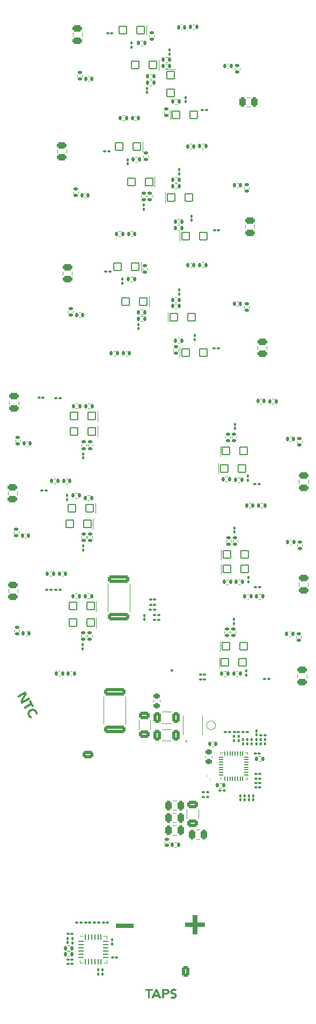
<source format=gto>
G04 #@! TF.GenerationSoftware,KiCad,Pcbnew,7.0.2-0*
G04 #@! TF.CreationDate,2023-10-14T11:26:59-07:00*
G04 #@! TF.ProjectId,high-power,68696768-2d70-46f7-9765-722e6b696361,rev?*
G04 #@! TF.SameCoordinates,Original*
G04 #@! TF.FileFunction,Legend,Top*
G04 #@! TF.FilePolarity,Positive*
%FSLAX46Y46*%
G04 Gerber Fmt 4.6, Leading zero omitted, Abs format (unit mm)*
G04 Created by KiCad (PCBNEW 7.0.2-0) date 2023-10-14 11:26:59*
%MOMM*%
%LPD*%
G01*
G04 APERTURE LIST*
G04 Aperture macros list*
%AMRoundRect*
0 Rectangle with rounded corners*
0 $1 Rounding radius*
0 $2 $3 $4 $5 $6 $7 $8 $9 X,Y pos of 4 corners*
0 Add a 4 corners polygon primitive as box body*
4,1,4,$2,$3,$4,$5,$6,$7,$8,$9,$2,$3,0*
0 Add four circle primitives for the rounded corners*
1,1,$1+$1,$2,$3*
1,1,$1+$1,$4,$5*
1,1,$1+$1,$6,$7*
1,1,$1+$1,$8,$9*
0 Add four rect primitives between the rounded corners*
20,1,$1+$1,$2,$3,$4,$5,0*
20,1,$1+$1,$4,$5,$6,$7,0*
20,1,$1+$1,$6,$7,$8,$9,0*
20,1,$1+$1,$8,$9,$2,$3,0*%
%AMFreePoly0*
4,1,39,-1.529965,2.502535,-1.529950,2.502500,-1.529950,2.027500,1.529950,2.027500,1.529950,2.502500,1.529965,2.502535,1.530000,2.502550,2.280000,2.502550,2.280035,2.502535,2.280050,2.502500,2.280050,2.027500,2.280035,2.027465,2.280000,2.027450,2.280000,-0.697450,2.775000,-0.697450,2.775035,-0.697465,2.775050,-0.697500,2.775050,-1.602500,2.775035,-1.602535,2.775000,-1.602550,
2.280000,-1.602550,2.280000,-2.027500,-2.280000,-2.027500,-2.280000,-1.602550,-2.775000,-1.602550,-2.775035,-1.602535,-2.775050,-1.602500,-2.775050,-0.697500,-2.775035,-0.697465,-2.775000,-0.697450,-2.280000,-0.697450,-2.280000,2.027450,-2.280035,2.027465,-2.280050,2.027500,-2.280050,2.502500,-2.280035,2.502535,-2.280000,2.502550,-1.530000,2.502550,-1.529965,2.502535,-1.529965,2.502535,
$1*%
G04 Aperture macros list end*
%ADD10C,0.300000*%
%ADD11C,0.100000*%
%ADD12C,0.120000*%
%ADD13C,0.200000*%
%ADD14C,0.250000*%
%ADD15RoundRect,0.100000X-0.600000X-0.600000X0.600000X-0.600000X0.600000X0.600000X-0.600000X0.600000X0*%
%ADD16RoundRect,0.100000X0.600000X0.600000X-0.600000X0.600000X-0.600000X-0.600000X0.600000X-0.600000X0*%
%ADD17RoundRect,0.100000X0.100000X-0.130000X0.100000X0.130000X-0.100000X0.130000X-0.100000X-0.130000X0*%
%ADD18RoundRect,0.135000X0.185000X-0.135000X0.185000X0.135000X-0.185000X0.135000X-0.185000X-0.135000X0*%
%ADD19C,0.800000*%
%ADD20C,5.000000*%
%ADD21RoundRect,0.135000X0.135000X0.185000X-0.135000X0.185000X-0.135000X-0.185000X0.135000X-0.185000X0*%
%ADD22RoundRect,0.135000X-0.135000X-0.185000X0.135000X-0.185000X0.135000X0.185000X-0.135000X0.185000X0*%
%ADD23R,5.000000X5.000000*%
%ADD24RoundRect,0.100000X-0.130000X-0.100000X0.130000X-0.100000X0.130000X0.100000X-0.130000X0.100000X0*%
%ADD25RoundRect,0.250000X-0.625000X0.312500X-0.625000X-0.312500X0.625000X-0.312500X0.625000X0.312500X0*%
%ADD26RoundRect,0.135000X-0.185000X0.135000X-0.185000X-0.135000X0.185000X-0.135000X0.185000X0.135000X0*%
%ADD27RoundRect,0.140000X0.140000X0.170000X-0.140000X0.170000X-0.140000X-0.170000X0.140000X-0.170000X0*%
%ADD28RoundRect,0.250000X1.425000X-0.362500X1.425000X0.362500X-1.425000X0.362500X-1.425000X-0.362500X0*%
%ADD29RoundRect,0.250000X0.475000X-0.250000X0.475000X0.250000X-0.475000X0.250000X-0.475000X-0.250000X0*%
%ADD30R,1.000000X0.750000*%
%ADD31FreePoly0,270.000000*%
%ADD32RoundRect,0.250000X-0.475000X0.250000X-0.475000X-0.250000X0.475000X-0.250000X0.475000X0.250000X0*%
%ADD33RoundRect,0.100000X0.130000X0.100000X-0.130000X0.100000X-0.130000X-0.100000X0.130000X-0.100000X0*%
%ADD34RoundRect,0.100000X-0.100000X0.130000X-0.100000X-0.130000X0.100000X-0.130000X0.100000X0.130000X0*%
%ADD35RoundRect,0.225000X0.250000X-0.225000X0.250000X0.225000X-0.250000X0.225000X-0.250000X-0.225000X0*%
%ADD36RoundRect,0.100000X-0.600000X0.600000X-0.600000X-0.600000X0.600000X-0.600000X0.600000X0.600000X0*%
%ADD37FreePoly0,90.000000*%
%ADD38RoundRect,0.250000X-0.250000X-0.475000X0.250000X-0.475000X0.250000X0.475000X-0.250000X0.475000X0*%
%ADD39R,0.420000X0.540000*%
%ADD40R,2.370000X1.710000*%
%ADD41R,0.420000X0.700000*%
%ADD42RoundRect,0.140000X-0.140000X-0.170000X0.140000X-0.170000X0.140000X0.170000X-0.140000X0.170000X0*%
%ADD43RoundRect,0.140000X0.170000X-0.140000X0.170000X0.140000X-0.170000X0.140000X-0.170000X-0.140000X0*%
%ADD44R,0.425000X0.400000*%
%ADD45R,1.150000X0.950000*%
%ADD46R,0.800000X0.480000*%
%ADD47R,0.850000X0.300000*%
%ADD48R,1.600000X1.600000*%
%ADD49RoundRect,0.140000X0.021213X-0.219203X0.219203X-0.021213X-0.021213X0.219203X-0.219203X0.021213X0*%
%ADD50RoundRect,0.250000X0.625000X-0.312500X0.625000X0.312500X-0.625000X0.312500X-0.625000X-0.312500X0*%
%ADD51RoundRect,0.250000X0.312500X0.625000X-0.312500X0.625000X-0.312500X-0.625000X0.312500X-0.625000X0*%
%ADD52R,3.429000X2.413000*%
%ADD53RoundRect,0.250000X0.250000X0.475000X-0.250000X0.475000X-0.250000X-0.475000X0.250000X-0.475000X0*%
%ADD54RoundRect,0.062500X-0.350000X-0.062500X0.350000X-0.062500X0.350000X0.062500X-0.350000X0.062500X0*%
%ADD55RoundRect,0.062500X-0.062500X-0.350000X0.062500X-0.350000X0.062500X0.350000X-0.062500X0.350000X0*%
%ADD56R,2.600000X2.600000*%
%ADD57RoundRect,0.050000X0.050000X-0.300000X0.050000X0.300000X-0.050000X0.300000X-0.050000X-0.300000X0*%
%ADD58RoundRect,0.050000X0.300000X-0.050000X0.300000X0.050000X-0.300000X0.050000X-0.300000X-0.050000X0*%
%ADD59R,2.900000X2.900000*%
%ADD60R,3.400000X1.800000*%
%ADD61C,1.000000*%
%ADD62C,1.600000*%
%ADD63C,2.300000*%
%ADD64C,1.050000*%
%ADD65C,0.450000*%
%ADD66RoundRect,0.250000X0.350000X0.625000X-0.350000X0.625000X-0.350000X-0.625000X0.350000X-0.625000X0*%
%ADD67O,1.200000X1.750000*%
%ADD68RoundRect,0.250000X0.625000X-0.350000X0.625000X0.350000X-0.625000X0.350000X-0.625000X-0.350000X0*%
%ADD69O,1.750000X1.200000*%
G04 APERTURE END LIST*
D10*
G36*
X41636838Y-164352944D02*
G01*
X44405575Y-164352944D01*
X44405575Y-165040732D01*
X41636838Y-165040732D01*
X41636838Y-164352944D01*
G37*
G36*
X55686890Y-164878363D02*
G01*
X54499870Y-164878363D01*
X54499870Y-166066360D01*
X53790589Y-166066360D01*
X53790589Y-164878363D01*
X52603569Y-164878363D01*
X52603569Y-164190575D01*
X53790589Y-164190575D01*
X53790589Y-163003555D01*
X54499870Y-163003555D01*
X54499870Y-164190575D01*
X55686890Y-164190575D01*
X55686890Y-164878363D01*
G37*
G36*
X46699871Y-174935739D02*
G01*
X46273423Y-174935739D01*
X46273423Y-174654371D01*
X47455314Y-174654371D01*
X47455314Y-174935739D01*
X47028866Y-174935739D01*
X47028866Y-176155000D01*
X46699871Y-176155000D01*
X46699871Y-174935739D01*
G37*
G36*
X48835775Y-176155000D02*
G01*
X48464281Y-176155000D01*
X48335688Y-175850184D01*
X47755367Y-175850184D01*
X47630803Y-176155000D01*
X47267736Y-176155000D01*
X47520041Y-175568817D01*
X47858681Y-175568817D01*
X48223946Y-175568817D01*
X48040032Y-175104267D01*
X47858681Y-175568817D01*
X47520041Y-175568817D01*
X47913636Y-174654371D01*
X48185845Y-174654371D01*
X48835775Y-176155000D01*
G37*
G36*
X49553464Y-174654558D02*
G01*
X49574843Y-174655118D01*
X49596003Y-174656052D01*
X49616944Y-174657360D01*
X49637665Y-174659040D01*
X49658168Y-174661095D01*
X49678452Y-174663523D01*
X49698517Y-174666324D01*
X49718363Y-174669499D01*
X49737990Y-174673047D01*
X49750953Y-174675621D01*
X49770158Y-174679875D01*
X49788893Y-174684671D01*
X49807158Y-174690008D01*
X49824953Y-174695885D01*
X49842277Y-174702304D01*
X49859132Y-174709263D01*
X49875516Y-174716764D01*
X49891431Y-174724805D01*
X49906875Y-174733387D01*
X49921849Y-174742511D01*
X49931570Y-174748893D01*
X49945719Y-174758898D01*
X49959314Y-174769540D01*
X49972355Y-174780820D01*
X49984842Y-174792737D01*
X49996775Y-174805292D01*
X50008155Y-174818484D01*
X50018980Y-174832314D01*
X50029252Y-174846781D01*
X50038970Y-174861886D01*
X50048134Y-174877629D01*
X50053936Y-174888478D01*
X50062055Y-174905298D01*
X50069375Y-174922924D01*
X50075896Y-174941354D01*
X50081619Y-174960589D01*
X50086544Y-174980629D01*
X50090670Y-175001474D01*
X50093997Y-175023125D01*
X50095772Y-175038005D01*
X50097191Y-175053244D01*
X50098256Y-175068840D01*
X50098966Y-175084794D01*
X50099321Y-175101106D01*
X50099365Y-175109396D01*
X50099201Y-175125626D01*
X50098707Y-175141527D01*
X50097884Y-175157099D01*
X50096732Y-175172342D01*
X50095251Y-175187255D01*
X50093440Y-175201840D01*
X50090108Y-175223099D01*
X50086034Y-175243618D01*
X50081220Y-175263397D01*
X50075666Y-175282434D01*
X50069371Y-175300731D01*
X50062335Y-175318288D01*
X50057233Y-175329581D01*
X50049053Y-175345958D01*
X50040313Y-175361704D01*
X50031013Y-175376818D01*
X50021152Y-175391302D01*
X50010731Y-175405154D01*
X49999750Y-175418375D01*
X49988208Y-175430966D01*
X49976106Y-175442925D01*
X49963444Y-175454253D01*
X49950222Y-175464950D01*
X49941096Y-175471730D01*
X49926978Y-175481355D01*
X49912378Y-175490445D01*
X49897294Y-175499000D01*
X49881728Y-175507021D01*
X49865678Y-175514508D01*
X49849146Y-175521460D01*
X49832130Y-175527877D01*
X49814631Y-175533760D01*
X49796650Y-175539109D01*
X49778185Y-175543923D01*
X49765607Y-175546835D01*
X49746500Y-175550763D01*
X49727096Y-175554305D01*
X49707396Y-175557461D01*
X49687400Y-175560230D01*
X49667108Y-175562613D01*
X49646519Y-175564609D01*
X49625634Y-175566219D01*
X49604453Y-175567443D01*
X49582975Y-175568280D01*
X49561202Y-175568731D01*
X49546521Y-175568817D01*
X49305820Y-175568817D01*
X49305820Y-176155000D01*
X48976825Y-176155000D01*
X48976825Y-174935739D01*
X49305820Y-174935739D01*
X49305820Y-175287449D01*
X49525272Y-175287449D01*
X49541780Y-175287153D01*
X49558056Y-175286264D01*
X49574100Y-175284783D01*
X49589913Y-175282709D01*
X49605493Y-175280043D01*
X49610635Y-175279023D01*
X49625851Y-175275463D01*
X49640448Y-175271106D01*
X49654427Y-175265949D01*
X49669955Y-175258924D01*
X49684641Y-175250812D01*
X49698435Y-175241456D01*
X49710968Y-175230697D01*
X49722237Y-175218535D01*
X49732245Y-175204971D01*
X49737397Y-175196591D01*
X49744245Y-175182921D01*
X49749676Y-175168014D01*
X49753690Y-175151871D01*
X49756288Y-175134492D01*
X49757370Y-175119064D01*
X49757547Y-175109396D01*
X49756903Y-175092301D01*
X49754971Y-175076280D01*
X49751751Y-175061332D01*
X49746187Y-175044811D01*
X49738768Y-175029836D01*
X49731169Y-175018538D01*
X49720749Y-175006053D01*
X49709273Y-174994701D01*
X49696741Y-174984483D01*
X49683152Y-174975398D01*
X49668508Y-174967447D01*
X49663392Y-174965048D01*
X49647669Y-174958518D01*
X49631278Y-174952941D01*
X49617106Y-174949022D01*
X49602469Y-174945764D01*
X49587368Y-174943168D01*
X49571801Y-174941235D01*
X49556100Y-174939652D01*
X49540595Y-174938337D01*
X49525288Y-174937290D01*
X49510177Y-174936512D01*
X49495263Y-174936002D01*
X49480546Y-174935761D01*
X49474714Y-174935739D01*
X49305820Y-174935739D01*
X48976825Y-174935739D01*
X48976825Y-174654371D01*
X49531867Y-174654371D01*
X49553464Y-174654558D01*
G37*
G36*
X51037258Y-175034658D02*
G01*
X51026742Y-175022430D01*
X51015345Y-175011027D01*
X51003066Y-175000448D01*
X50989905Y-174990694D01*
X50975863Y-174981764D01*
X50960939Y-174973658D01*
X50945134Y-174966376D01*
X50928447Y-174959919D01*
X50911434Y-174954252D01*
X50894650Y-174949340D01*
X50878095Y-174945185D01*
X50861769Y-174941784D01*
X50845672Y-174939140D01*
X50829804Y-174937250D01*
X50814165Y-174936117D01*
X50798755Y-174935739D01*
X50782941Y-174936142D01*
X50766918Y-174937352D01*
X50750684Y-174939368D01*
X50734240Y-174942191D01*
X50724749Y-174944166D01*
X50708415Y-174948308D01*
X50692432Y-174953362D01*
X50676799Y-174959327D01*
X50661517Y-174966205D01*
X50652942Y-174970544D01*
X50638791Y-174978959D01*
X50625833Y-174988496D01*
X50614068Y-174999155D01*
X50603494Y-175010935D01*
X50597987Y-175018171D01*
X50589850Y-175031608D01*
X50583712Y-175046271D01*
X50579572Y-175062162D01*
X50577614Y-175076759D01*
X50577104Y-175089612D01*
X50577894Y-175106059D01*
X50580264Y-175121509D01*
X50584214Y-175135963D01*
X50591373Y-175152630D01*
X50601001Y-175167741D01*
X50613097Y-175181295D01*
X50624552Y-175191018D01*
X50627662Y-175193293D01*
X50640800Y-175202103D01*
X50654750Y-175210581D01*
X50669514Y-175218727D01*
X50685090Y-175226541D01*
X50701479Y-175234023D01*
X50718681Y-175241173D01*
X50736696Y-175247990D01*
X50750740Y-175252886D01*
X50755524Y-175254476D01*
X50770052Y-175259216D01*
X50784787Y-175263956D01*
X50799728Y-175268696D01*
X50814875Y-175273435D01*
X50830228Y-175278175D01*
X50845787Y-175282915D01*
X50861552Y-175287655D01*
X50877523Y-175292395D01*
X50893700Y-175297135D01*
X50910083Y-175301875D01*
X50921120Y-175305034D01*
X50937641Y-175309961D01*
X50953956Y-175315261D01*
X50970064Y-175320935D01*
X50985967Y-175326982D01*
X51001663Y-175333403D01*
X51017153Y-175340197D01*
X51032438Y-175347364D01*
X51047516Y-175354906D01*
X51062388Y-175362820D01*
X51077054Y-175371109D01*
X51086717Y-175376842D01*
X51100911Y-175385843D01*
X51114641Y-175395398D01*
X51127907Y-175405506D01*
X51140710Y-175416169D01*
X51153049Y-175427385D01*
X51164924Y-175439155D01*
X51176336Y-175451479D01*
X51187284Y-175464357D01*
X51197768Y-175477789D01*
X51207789Y-175491774D01*
X51214212Y-175501406D01*
X51223312Y-175516501D01*
X51231518Y-175532524D01*
X51238829Y-175549474D01*
X51245244Y-175567351D01*
X51250764Y-175586156D01*
X51255389Y-175605888D01*
X51259119Y-175626548D01*
X51261953Y-175648135D01*
X51263346Y-175663041D01*
X51264341Y-175678360D01*
X51264937Y-175694090D01*
X51265136Y-175710233D01*
X51264955Y-175725681D01*
X51264409Y-175740882D01*
X51263501Y-175755837D01*
X51262228Y-175770546D01*
X51259638Y-175792148D01*
X51256230Y-175813196D01*
X51252005Y-175833690D01*
X51246961Y-175853631D01*
X51241100Y-175873017D01*
X51234420Y-175891850D01*
X51226923Y-175910129D01*
X51218608Y-175927854D01*
X51209597Y-175944956D01*
X51200014Y-175961505D01*
X51189857Y-175977500D01*
X51179127Y-175992941D01*
X51167823Y-176007828D01*
X51155947Y-176022161D01*
X51143497Y-176035940D01*
X51130474Y-176049166D01*
X51116879Y-176061838D01*
X51102710Y-176073956D01*
X51092945Y-176081727D01*
X51077885Y-176092918D01*
X51062381Y-176103550D01*
X51046432Y-176113621D01*
X51030039Y-176123132D01*
X51013202Y-176132082D01*
X50995920Y-176140472D01*
X50978194Y-176148302D01*
X50960024Y-176155572D01*
X50941409Y-176162281D01*
X50922350Y-176168430D01*
X50909397Y-176172219D01*
X50889716Y-176177522D01*
X50869829Y-176182304D01*
X50849736Y-176186564D01*
X50829438Y-176190302D01*
X50808933Y-176193519D01*
X50788222Y-176196214D01*
X50767304Y-176198388D01*
X50746181Y-176200039D01*
X50724852Y-176201170D01*
X50703317Y-176201778D01*
X50688845Y-176201894D01*
X50670746Y-176201720D01*
X50652810Y-176201196D01*
X50635037Y-176200323D01*
X50617427Y-176199101D01*
X50599980Y-176197529D01*
X50582697Y-176195609D01*
X50565577Y-176193339D01*
X50548619Y-176190720D01*
X50531825Y-176187752D01*
X50515194Y-176184435D01*
X50498727Y-176180768D01*
X50482422Y-176176752D01*
X50466280Y-176172387D01*
X50450302Y-176167673D01*
X50434487Y-176162610D01*
X50418835Y-176157198D01*
X50403330Y-176151442D01*
X50387957Y-176145257D01*
X50372716Y-176138642D01*
X50357606Y-176131598D01*
X50342628Y-176124125D01*
X50327782Y-176116222D01*
X50313067Y-176107890D01*
X50298484Y-176099129D01*
X50284033Y-176089938D01*
X50269713Y-176080318D01*
X50255525Y-176070269D01*
X50241469Y-176059791D01*
X50227544Y-176048883D01*
X50213751Y-176037545D01*
X50200090Y-176025779D01*
X50186560Y-176013583D01*
X50421033Y-175755662D01*
X50430744Y-175768100D01*
X50440920Y-175779997D01*
X50451559Y-175791353D01*
X50462661Y-175802168D01*
X50474227Y-175812442D01*
X50486257Y-175822175D01*
X50498751Y-175831367D01*
X50511708Y-175840018D01*
X50525129Y-175848128D01*
X50539014Y-175855697D01*
X50548528Y-175860443D01*
X50563064Y-175866990D01*
X50577684Y-175872893D01*
X50592387Y-175878153D01*
X50607175Y-175882768D01*
X50622046Y-175886739D01*
X50637000Y-175890067D01*
X50652039Y-175892750D01*
X50667161Y-175894789D01*
X50682367Y-175896185D01*
X50697657Y-175896936D01*
X50707896Y-175897079D01*
X50723034Y-175896744D01*
X50738224Y-175895740D01*
X50753466Y-175894065D01*
X50768758Y-175891721D01*
X50784103Y-175888707D01*
X50789229Y-175887554D01*
X50804320Y-175883647D01*
X50818819Y-175879070D01*
X50832725Y-175873824D01*
X50848200Y-175866856D01*
X50862868Y-175858977D01*
X50876663Y-175850152D01*
X50889195Y-175840344D01*
X50900465Y-175829555D01*
X50910473Y-175817784D01*
X50915625Y-175810617D01*
X50923476Y-175797143D01*
X50929399Y-175782688D01*
X50933394Y-175767250D01*
X50935460Y-175750831D01*
X50935775Y-175741008D01*
X50934968Y-175724516D01*
X50932546Y-175708928D01*
X50928510Y-175694245D01*
X50922860Y-175680466D01*
X50915596Y-175667592D01*
X50906718Y-175655622D01*
X50896225Y-175644557D01*
X50884117Y-175634396D01*
X50870791Y-175624785D01*
X50856640Y-175615551D01*
X50841665Y-175606695D01*
X50825865Y-175598217D01*
X50809242Y-175590117D01*
X50791794Y-175582395D01*
X50778167Y-175576851D01*
X50764076Y-175571520D01*
X50754424Y-175568084D01*
X50739680Y-175562932D01*
X50724710Y-175557780D01*
X50709515Y-175552628D01*
X50694095Y-175547476D01*
X50678449Y-175542324D01*
X50662577Y-175537172D01*
X50646480Y-175532020D01*
X50630158Y-175526868D01*
X50613611Y-175521716D01*
X50596838Y-175516564D01*
X50585531Y-175513129D01*
X50568607Y-175507810D01*
X50551909Y-175502156D01*
X50535437Y-175496166D01*
X50519190Y-175489842D01*
X50503168Y-175483183D01*
X50487372Y-175476189D01*
X50471801Y-175468861D01*
X50456456Y-175461197D01*
X50441336Y-175453199D01*
X50426441Y-175444865D01*
X50416637Y-175439124D01*
X50402237Y-175430142D01*
X50388301Y-175420645D01*
X50374828Y-175410633D01*
X50361819Y-175400106D01*
X50349274Y-175389063D01*
X50337193Y-175377506D01*
X50325575Y-175365433D01*
X50314421Y-175352845D01*
X50303731Y-175339742D01*
X50293504Y-175326123D01*
X50286944Y-175316758D01*
X50277712Y-175302110D01*
X50269388Y-175286606D01*
X50261973Y-175270245D01*
X50255465Y-175253028D01*
X50249865Y-175234954D01*
X50245174Y-175216024D01*
X50241390Y-175196237D01*
X50238515Y-175175593D01*
X50236547Y-175154093D01*
X50235740Y-175139284D01*
X50235337Y-175124094D01*
X50235286Y-175116357D01*
X50235471Y-175101407D01*
X50236025Y-175086693D01*
X50237548Y-175065061D01*
X50239902Y-175043957D01*
X50243086Y-175023381D01*
X50247102Y-175003333D01*
X50251948Y-174983814D01*
X50257624Y-174964822D01*
X50264132Y-174946359D01*
X50271470Y-174928423D01*
X50279640Y-174911016D01*
X50282547Y-174905331D01*
X50291754Y-174888556D01*
X50301515Y-174872302D01*
X50311830Y-174856571D01*
X50322699Y-174841360D01*
X50334121Y-174826672D01*
X50346097Y-174812505D01*
X50358627Y-174798860D01*
X50371711Y-174785736D01*
X50385349Y-174773134D01*
X50399541Y-174761054D01*
X50409309Y-174753290D01*
X50424360Y-174742088D01*
X50439835Y-174731428D01*
X50455735Y-174721309D01*
X50472061Y-174711730D01*
X50488811Y-174702693D01*
X50505987Y-174694196D01*
X50523587Y-174686241D01*
X50541613Y-174678826D01*
X50560063Y-174671953D01*
X50578939Y-174665620D01*
X50591759Y-174661699D01*
X50611250Y-174656199D01*
X50630845Y-174651240D01*
X50650543Y-174646822D01*
X50670344Y-174642945D01*
X50690248Y-174639610D01*
X50710255Y-174636815D01*
X50730365Y-174634561D01*
X50750578Y-174632848D01*
X50770894Y-174631675D01*
X50791313Y-174631044D01*
X50804983Y-174630924D01*
X50820794Y-174631064D01*
X50836536Y-174631485D01*
X50852209Y-174632186D01*
X50867814Y-174633168D01*
X50883350Y-174634430D01*
X50898818Y-174635973D01*
X50914217Y-174637796D01*
X50929547Y-174639900D01*
X50944808Y-174642284D01*
X50960001Y-174644949D01*
X50975125Y-174647894D01*
X50990180Y-174651120D01*
X51005166Y-174654626D01*
X51020084Y-174658413D01*
X51034934Y-174662480D01*
X51049714Y-174666828D01*
X51064414Y-174671508D01*
X51078932Y-174676571D01*
X51093266Y-174682018D01*
X51107416Y-174687848D01*
X51121384Y-174694062D01*
X51135169Y-174700659D01*
X51148770Y-174707640D01*
X51162188Y-174715005D01*
X51175423Y-174722753D01*
X51188475Y-174730884D01*
X51201343Y-174739399D01*
X51214028Y-174748298D01*
X51226531Y-174757580D01*
X51238850Y-174767246D01*
X51250985Y-174777295D01*
X51262938Y-174787728D01*
X51037258Y-175034658D01*
G37*
G36*
X27362971Y-127728575D02*
G01*
X27586636Y-128115975D01*
X27001110Y-129187159D01*
X27003308Y-129190966D01*
X27906289Y-128669630D01*
X28070970Y-128954865D01*
X26771388Y-129705179D01*
X26556149Y-129332374D01*
X27155275Y-128233456D01*
X27153077Y-128229648D01*
X26227886Y-128763807D01*
X26063389Y-128478889D01*
X27362971Y-127728575D01*
G37*
G36*
X28119657Y-129601929D02*
G01*
X27906433Y-129232614D01*
X28150104Y-129091931D01*
X28741050Y-130115478D01*
X28497378Y-130256162D01*
X28284154Y-129886847D01*
X27228244Y-130496478D01*
X27063746Y-130211559D01*
X28119657Y-129601929D01*
G37*
G36*
X28960004Y-131302185D02*
G01*
X28966214Y-131284136D01*
X28971328Y-131265928D01*
X28975344Y-131247560D01*
X28978264Y-131229032D01*
X28980086Y-131210344D01*
X28980812Y-131191497D01*
X28980440Y-131172489D01*
X28978972Y-131153322D01*
X28976357Y-131134023D01*
X28973611Y-131119482D01*
X28970191Y-131104883D01*
X28966100Y-131090227D01*
X28961335Y-131075512D01*
X28955897Y-131060740D01*
X28949787Y-131045910D01*
X28943003Y-131031023D01*
X28935547Y-131016078D01*
X28927418Y-131001075D01*
X28924559Y-130996061D01*
X28915623Y-130981214D01*
X28906262Y-130966895D01*
X28896478Y-130953103D01*
X28886269Y-130939839D01*
X28875636Y-130927102D01*
X28864579Y-130914893D01*
X28853098Y-130903211D01*
X28841192Y-130892057D01*
X28828862Y-130881430D01*
X28816108Y-130871331D01*
X28807370Y-130864891D01*
X28793997Y-130855694D01*
X28780375Y-130847072D01*
X28766506Y-130839025D01*
X28752388Y-130831552D01*
X28738022Y-130824654D01*
X28723408Y-130818331D01*
X28708545Y-130812582D01*
X28693434Y-130807408D01*
X28678075Y-130802809D01*
X28662468Y-130798784D01*
X28651925Y-130796420D01*
X28636010Y-130793328D01*
X28619940Y-130790832D01*
X28603716Y-130788931D01*
X28587337Y-130787625D01*
X28570803Y-130786913D01*
X28554115Y-130786797D01*
X28537271Y-130787276D01*
X28520274Y-130788349D01*
X28503121Y-130790018D01*
X28485814Y-130792281D01*
X28474189Y-130794121D01*
X28456824Y-130797418D01*
X28439517Y-130801344D01*
X28422268Y-130805898D01*
X28405077Y-130811080D01*
X28387944Y-130816891D01*
X28370868Y-130823330D01*
X28353851Y-130830397D01*
X28336891Y-130838093D01*
X28319989Y-130846417D01*
X28303145Y-130855370D01*
X28291948Y-130861687D01*
X28275095Y-130871748D01*
X28258802Y-130882148D01*
X28243068Y-130892886D01*
X28227895Y-130903963D01*
X28213281Y-130915379D01*
X28199227Y-130927133D01*
X28185733Y-130939226D01*
X28172799Y-130951657D01*
X28160424Y-130964427D01*
X28148610Y-130977535D01*
X28141045Y-130986462D01*
X28130255Y-131000072D01*
X28120020Y-131013845D01*
X28110340Y-131027781D01*
X28101216Y-131041880D01*
X28092646Y-131056141D01*
X28084631Y-131070566D01*
X28077172Y-131085153D01*
X28070268Y-131099903D01*
X28063919Y-131114816D01*
X28058124Y-131129892D01*
X28054570Y-131140033D01*
X28049819Y-131155351D01*
X28045671Y-131170722D01*
X28042127Y-131186146D01*
X28039186Y-131201624D01*
X28036848Y-131217154D01*
X28035114Y-131232738D01*
X28033983Y-131248375D01*
X28033455Y-131264066D01*
X28033530Y-131279809D01*
X28034209Y-131295606D01*
X28034997Y-131306167D01*
X28036705Y-131321957D01*
X28039062Y-131337611D01*
X28042069Y-131353127D01*
X28045725Y-131368506D01*
X28050031Y-131383748D01*
X28054987Y-131398853D01*
X28060592Y-131413821D01*
X28066847Y-131428651D01*
X28073751Y-131443345D01*
X28081305Y-131457902D01*
X28086702Y-131467530D01*
X28096401Y-131483588D01*
X28106538Y-131498925D01*
X28117114Y-131513540D01*
X28128129Y-131527434D01*
X28139582Y-131540605D01*
X28151473Y-131553055D01*
X28163803Y-131564784D01*
X28176572Y-131575791D01*
X28189779Y-131586076D01*
X28203425Y-131595639D01*
X28212765Y-131601614D01*
X28227094Y-131610033D01*
X28241696Y-131617729D01*
X28256573Y-131624702D01*
X28271723Y-131630952D01*
X28287147Y-131636478D01*
X28302846Y-131641280D01*
X28318818Y-131645360D01*
X28335064Y-131648716D01*
X28351585Y-131651349D01*
X28368379Y-131653258D01*
X28379727Y-131654129D01*
X28339571Y-131994171D01*
X28319340Y-131991926D01*
X28299381Y-131989064D01*
X28279694Y-131985586D01*
X28260280Y-131981491D01*
X28241137Y-131976780D01*
X28222266Y-131971452D01*
X28203668Y-131965508D01*
X28185341Y-131958947D01*
X28167287Y-131951770D01*
X28149505Y-131943976D01*
X28131994Y-131935567D01*
X28114756Y-131926540D01*
X28097789Y-131916897D01*
X28081095Y-131906638D01*
X28064673Y-131895762D01*
X28048523Y-131884270D01*
X28032768Y-131872332D01*
X28017409Y-131860088D01*
X28002443Y-131847537D01*
X27987872Y-131834678D01*
X27973696Y-131821513D01*
X27959914Y-131808040D01*
X27946526Y-131794260D01*
X27933533Y-131780173D01*
X27920935Y-131765780D01*
X27908731Y-131751079D01*
X27896921Y-131736071D01*
X27885506Y-131720756D01*
X27874485Y-131705133D01*
X27863859Y-131689204D01*
X27853627Y-131672968D01*
X27843790Y-131656425D01*
X27833085Y-131637453D01*
X27822858Y-131618452D01*
X27813111Y-131599423D01*
X27803843Y-131580364D01*
X27795054Y-131561277D01*
X27786744Y-131542162D01*
X27778913Y-131523017D01*
X27771562Y-131503844D01*
X27764689Y-131484642D01*
X27758296Y-131465411D01*
X27752382Y-131446152D01*
X27746947Y-131426864D01*
X27741991Y-131407546D01*
X27737515Y-131388201D01*
X27733517Y-131368826D01*
X27729999Y-131349423D01*
X27726958Y-131330048D01*
X27724393Y-131310759D01*
X27722303Y-131291555D01*
X27720690Y-131272437D01*
X27719552Y-131253404D01*
X27718890Y-131234457D01*
X27718703Y-131215596D01*
X27718993Y-131196820D01*
X27719758Y-131178129D01*
X27720999Y-131159525D01*
X27722715Y-131141005D01*
X27724907Y-131122572D01*
X27727576Y-131104224D01*
X27730719Y-131085961D01*
X27734339Y-131067784D01*
X27738434Y-131049693D01*
X27743045Y-131031699D01*
X27748132Y-131013860D01*
X27753695Y-130996175D01*
X27759734Y-130978646D01*
X27766250Y-130961271D01*
X27773241Y-130944051D01*
X27780708Y-130926985D01*
X27788651Y-130910075D01*
X27797071Y-130893319D01*
X27805966Y-130876719D01*
X27815338Y-130860272D01*
X27825185Y-130843981D01*
X27835509Y-130827845D01*
X27846309Y-130811863D01*
X27857584Y-130796036D01*
X27869336Y-130780364D01*
X27881597Y-130764884D01*
X27894321Y-130749679D01*
X27907507Y-130734748D01*
X27921156Y-130720093D01*
X27935268Y-130705712D01*
X27949842Y-130691606D01*
X27964880Y-130677775D01*
X27980380Y-130664219D01*
X27996343Y-130650938D01*
X28012768Y-130637931D01*
X28029657Y-130625200D01*
X28047008Y-130612743D01*
X28064822Y-130600561D01*
X28083098Y-130588654D01*
X28101837Y-130577022D01*
X28121039Y-130565664D01*
X28140475Y-130554714D01*
X28159915Y-130544304D01*
X28179359Y-130534433D01*
X28198807Y-130525102D01*
X28218259Y-130516310D01*
X28237715Y-130508058D01*
X28257176Y-130500345D01*
X28276641Y-130493173D01*
X28296110Y-130486539D01*
X28315583Y-130480446D01*
X28335060Y-130474892D01*
X28354542Y-130469877D01*
X28374027Y-130465403D01*
X28393517Y-130461467D01*
X28413011Y-130458072D01*
X28432509Y-130455216D01*
X28451995Y-130452853D01*
X28471371Y-130450983D01*
X28490639Y-130449605D01*
X28509798Y-130448720D01*
X28528848Y-130448327D01*
X28547788Y-130448427D01*
X28566620Y-130449020D01*
X28585343Y-130450105D01*
X28603957Y-130451682D01*
X28622463Y-130453752D01*
X28640859Y-130456315D01*
X28659146Y-130459370D01*
X28677324Y-130462918D01*
X28695394Y-130466958D01*
X28713354Y-130471491D01*
X28731206Y-130476516D01*
X28748960Y-130481993D01*
X28766547Y-130487926D01*
X28783968Y-130494315D01*
X28801223Y-130501161D01*
X28818312Y-130508462D01*
X28835234Y-130516220D01*
X28851990Y-130524435D01*
X28868580Y-130533105D01*
X28885004Y-130542232D01*
X28901261Y-130551815D01*
X28917352Y-130561854D01*
X28933277Y-130572349D01*
X28949036Y-130583300D01*
X28964628Y-130594708D01*
X28980055Y-130606572D01*
X28995315Y-130618893D01*
X29010359Y-130631641D01*
X29025139Y-130644790D01*
X29039655Y-130658340D01*
X29053906Y-130672291D01*
X29067893Y-130686641D01*
X29081615Y-130701393D01*
X29095073Y-130716545D01*
X29108266Y-130732098D01*
X29121194Y-130748051D01*
X29133859Y-130764405D01*
X29146258Y-130781159D01*
X29158394Y-130798314D01*
X29170265Y-130815870D01*
X29181871Y-130833826D01*
X29193213Y-130852182D01*
X29204290Y-130870940D01*
X29212094Y-130884823D01*
X29219661Y-130899028D01*
X29226991Y-130913556D01*
X29234084Y-130928405D01*
X29240939Y-130943576D01*
X29247557Y-130959070D01*
X29253939Y-130974885D01*
X29260083Y-130991022D01*
X29265908Y-131007397D01*
X29271331Y-131023924D01*
X29276354Y-131040603D01*
X29280975Y-131057434D01*
X29285195Y-131074418D01*
X29289014Y-131091554D01*
X29292432Y-131108842D01*
X29295448Y-131126283D01*
X29298034Y-131143939D01*
X29300068Y-131161716D01*
X29301550Y-131179613D01*
X29302480Y-131197630D01*
X29302858Y-131215768D01*
X29302685Y-131234026D01*
X29301959Y-131252404D01*
X29300682Y-131270903D01*
X29298848Y-131289399D01*
X29296294Y-131307861D01*
X29293020Y-131326290D01*
X29289025Y-131344685D01*
X29284311Y-131363046D01*
X29278876Y-131381374D01*
X29272721Y-131399668D01*
X29265846Y-131417928D01*
X28960004Y-131302185D01*
G37*
D11*
X51760500Y-73475000D02*
X51760500Y-75075000D01*
X46887500Y-67020000D02*
X46887500Y-65420000D01*
X38738000Y-87495000D02*
X38738000Y-85895000D01*
X49878000Y-67895000D02*
X49878000Y-69495000D01*
D12*
X50748000Y-74018641D02*
X50748000Y-73711359D01*
X51508000Y-74018641D02*
X51508000Y-73711359D01*
D11*
X50270500Y-35935000D02*
X50270500Y-37535000D01*
D12*
X55541641Y-60845000D02*
X55234359Y-60845000D01*
X55541641Y-60085000D02*
X55234359Y-60085000D01*
X45556359Y-67550000D02*
X45863641Y-67550000D01*
X45556359Y-68310000D02*
X45863641Y-68310000D01*
X47090000Y-132270436D02*
X47090000Y-133724564D01*
X45270000Y-132270436D02*
X45270000Y-133724564D01*
X35712000Y-48841359D02*
X35712000Y-49148641D01*
X34952000Y-48841359D02*
X34952000Y-49148641D01*
X52105836Y-23295000D02*
X51890164Y-23295000D01*
X52105836Y-22575000D02*
X51890164Y-22575000D01*
X36895000Y-118846359D02*
X36895000Y-119153641D01*
X36135000Y-118846359D02*
X36135000Y-119153641D01*
D11*
X57840000Y-91730000D02*
X57840000Y-93330000D01*
X45620000Y-61540000D02*
X45620000Y-59940000D01*
D12*
X64166359Y-137990000D02*
X64473641Y-137990000D01*
X64166359Y-138750000D02*
X64473641Y-138750000D01*
X60955836Y-66955000D02*
X60740164Y-66955000D01*
X60955836Y-66235000D02*
X60740164Y-66235000D01*
X39740000Y-132894564D02*
X39740000Y-128540436D01*
X43160000Y-132894564D02*
X43160000Y-128540436D01*
X70535000Y-111091252D02*
X70535000Y-110568748D01*
X72005000Y-111091252D02*
X72005000Y-110568748D01*
X47680000Y-24206359D02*
X47680000Y-24513641D01*
X46920000Y-24206359D02*
X46920000Y-24513641D01*
D11*
X58257000Y-105335000D02*
X58257000Y-106935000D01*
D12*
X37468641Y-113060000D02*
X37161359Y-113060000D01*
X37468641Y-112300000D02*
X37161359Y-112300000D01*
X70565000Y-94911252D02*
X70565000Y-94388748D01*
X72035000Y-94911252D02*
X72035000Y-94388748D01*
X49743641Y-29460000D02*
X49436359Y-29460000D01*
X49743641Y-28700000D02*
X49436359Y-28700000D01*
X51251641Y-67325000D02*
X50944359Y-67325000D01*
X51251641Y-66565000D02*
X50944359Y-66565000D01*
X61178141Y-94730000D02*
X60870859Y-94730000D01*
X61178141Y-93970000D02*
X60870859Y-93970000D01*
X64647836Y-82300000D02*
X64432164Y-82300000D01*
X64647836Y-81580000D02*
X64432164Y-81580000D01*
X37950000Y-103236359D02*
X37950000Y-103543641D01*
X37190000Y-103236359D02*
X37190000Y-103543641D01*
X36328000Y-30451359D02*
X36328000Y-30758641D01*
X35568000Y-30451359D02*
X35568000Y-30758641D01*
X33855000Y-42268748D02*
X33855000Y-42791252D01*
X32385000Y-42268748D02*
X32385000Y-42791252D01*
X55760000Y-138200580D02*
X55760000Y-137919420D01*
X56780000Y-138200580D02*
X56780000Y-137919420D01*
D11*
X51070000Y-29600000D02*
X49470000Y-29600000D01*
D12*
X58681859Y-124555000D02*
X58989141Y-124555000D01*
X58681859Y-125315000D02*
X58989141Y-125315000D01*
X53595836Y-60835000D02*
X53380164Y-60835000D01*
X53595836Y-60115000D02*
X53380164Y-60115000D01*
X26085000Y-96198748D02*
X26085000Y-96721252D01*
X24615000Y-96198748D02*
X24615000Y-96721252D01*
X70295000Y-125571252D02*
X70295000Y-125048748D01*
X71765000Y-125571252D02*
X71765000Y-125048748D01*
X54338748Y-149585000D02*
X54861252Y-149585000D01*
X54338748Y-151055000D02*
X54861252Y-151055000D01*
D11*
X52270000Y-131502500D02*
X52270000Y-134567500D01*
D13*
X52795000Y-135442500D02*
X52795000Y-135442500D01*
X52795000Y-135642500D02*
X52795000Y-135642500D01*
D11*
X55320000Y-131517500D02*
X55320000Y-134567500D01*
D13*
X52795000Y-135642500D02*
G75*
G03*
X52795000Y-135442500I0J100000D01*
G01*
X52795000Y-135442500D02*
G75*
G03*
X52795000Y-135642500I0J-100000D01*
G01*
D12*
X49743641Y-28460000D02*
X49436359Y-28460000D01*
X49743641Y-27700000D02*
X49436359Y-27700000D01*
X45640000Y-49763641D02*
X45640000Y-49456359D01*
X46400000Y-49763641D02*
X46400000Y-49456359D01*
X44632164Y-36910000D02*
X44847836Y-36910000D01*
X44632164Y-37630000D02*
X44847836Y-37630000D01*
X49320000Y-151627836D02*
X49320000Y-151412164D01*
X50040000Y-151627836D02*
X50040000Y-151412164D01*
X51741641Y-72785000D02*
X51434359Y-72785000D01*
X51741641Y-72025000D02*
X51434359Y-72025000D01*
X44034164Y-55175000D02*
X44249836Y-55175000D01*
X44034164Y-55895000D02*
X44249836Y-55895000D01*
X64520641Y-113125000D02*
X64213359Y-113125000D01*
X64520641Y-112365000D02*
X64213359Y-112365000D01*
X46986359Y-30330000D02*
X47293641Y-30330000D01*
X46986359Y-31090000D02*
X47293641Y-31090000D01*
X61298141Y-110815000D02*
X60990859Y-110815000D01*
X61298141Y-110055000D02*
X60990859Y-110055000D01*
X69189836Y-119040000D02*
X68974164Y-119040000D01*
X69189836Y-118320000D02*
X68974164Y-118320000D01*
X66588641Y-82325000D02*
X66281359Y-82325000D01*
X66588641Y-81565000D02*
X66281359Y-81565000D01*
X27530164Y-88270000D02*
X27745836Y-88270000D01*
X27530164Y-88990000D02*
X27745836Y-88990000D01*
D11*
X49450000Y-48990000D02*
X49450000Y-50590000D01*
D12*
X51263641Y-47400000D02*
X50956359Y-47400000D01*
X51263641Y-46640000D02*
X50956359Y-46640000D01*
X46750000Y-43176359D02*
X46750000Y-43483641D01*
X45990000Y-43176359D02*
X45990000Y-43483641D01*
X35852164Y-67960000D02*
X36067836Y-67960000D01*
X35852164Y-68680000D02*
X36067836Y-68680000D01*
X34900000Y-67696359D02*
X34900000Y-68003641D01*
X34140000Y-67696359D02*
X34140000Y-68003641D01*
X36988000Y-88731359D02*
X36988000Y-89038641D01*
X36228000Y-88731359D02*
X36228000Y-89038641D01*
X59074500Y-104128641D02*
X59074500Y-103821359D01*
X59834500Y-104128641D02*
X59834500Y-103821359D01*
X58016359Y-142180000D02*
X58323641Y-142180000D01*
X58016359Y-142940000D02*
X58323641Y-142940000D01*
X60947836Y-48210000D02*
X60732164Y-48210000D01*
X60947836Y-47490000D02*
X60732164Y-47490000D01*
X35241359Y-112300000D02*
X35548641Y-112300000D01*
X35241359Y-113060000D02*
X35548641Y-113060000D01*
X64828141Y-98755000D02*
X64520859Y-98755000D01*
X64828141Y-97995000D02*
X64520859Y-97995000D01*
X37561641Y-83090000D02*
X37254359Y-83090000D01*
X37561641Y-82330000D02*
X37254359Y-82330000D01*
X46986359Y-31330000D02*
X47293641Y-31330000D01*
X46986359Y-32090000D02*
X47293641Y-32090000D01*
X34745000Y-61498748D02*
X34745000Y-62021252D01*
X33275000Y-61498748D02*
X33275000Y-62021252D01*
X35334359Y-82330000D02*
X35641641Y-82330000D01*
X35334359Y-83090000D02*
X35641641Y-83090000D01*
X54051641Y-23305000D02*
X53744359Y-23305000D01*
X54051641Y-22545000D02*
X53744359Y-22545000D01*
X34036359Y-168810000D02*
X34343641Y-168810000D01*
X34036359Y-169570000D02*
X34343641Y-169570000D01*
X37978000Y-88731359D02*
X37978000Y-89038641D01*
X37218000Y-88731359D02*
X37218000Y-89038641D01*
X47580000Y-129380580D02*
X47580000Y-129099420D01*
X48600000Y-129380580D02*
X48600000Y-129099420D01*
D11*
X38547500Y-117700000D02*
X38547500Y-116100000D01*
D12*
X49258000Y-36478641D02*
X49258000Y-36171359D01*
X50018000Y-36478641D02*
X50018000Y-36171359D01*
X26578000Y-88006359D02*
X26578000Y-88313641D01*
X25818000Y-88006359D02*
X25818000Y-88313641D01*
X58934500Y-87778641D02*
X58934500Y-87471359D01*
X59694500Y-87778641D02*
X59694500Y-87471359D01*
D11*
X38050000Y-102110000D02*
X38050000Y-100510000D01*
D12*
X60074500Y-104128641D02*
X60074500Y-103821359D01*
X60834500Y-104128641D02*
X60834500Y-103821359D01*
X26303000Y-81863748D02*
X26303000Y-82386252D01*
X24833000Y-81863748D02*
X24833000Y-82386252D01*
D11*
X58254500Y-107605000D02*
X58254500Y-109205000D01*
D14*
X50620000Y-124410000D02*
G75*
G03*
X50620000Y-124410000I-125000J0D01*
G01*
D12*
X70142000Y-119303641D02*
X70142000Y-118996359D01*
X70902000Y-119303641D02*
X70902000Y-118996359D01*
X43956359Y-62320000D02*
X44263641Y-62320000D01*
X43956359Y-63080000D02*
X44263641Y-63080000D01*
X27392164Y-118240000D02*
X27607836Y-118240000D01*
X27392164Y-118960000D02*
X27607836Y-118960000D01*
X62582336Y-113105000D02*
X62366664Y-113105000D01*
X62582336Y-112385000D02*
X62366664Y-112385000D01*
X40400000Y-115117064D02*
X40400000Y-110762936D01*
X43820000Y-115117064D02*
X43820000Y-110762936D01*
X45556359Y-68550000D02*
X45863641Y-68550000D01*
X45556359Y-69310000D02*
X45863641Y-69310000D01*
X51223641Y-152340000D02*
X50916359Y-152340000D01*
X51223641Y-151580000D02*
X50916359Y-151580000D01*
X51273641Y-35070000D02*
X50966359Y-35070000D01*
X51273641Y-34310000D02*
X50966359Y-34310000D01*
D11*
X47790000Y-48140000D02*
X47790000Y-46540000D01*
D12*
X45566359Y-25080000D02*
X45873641Y-25080000D01*
X45566359Y-25840000D02*
X45873641Y-25840000D01*
X56812164Y-135680000D02*
X57027836Y-135680000D01*
X56812164Y-136400000D02*
X57027836Y-136400000D01*
X37503641Y-97570000D02*
X37196359Y-97570000D01*
X37503641Y-96810000D02*
X37196359Y-96810000D01*
D11*
X45859500Y-42585000D02*
X45859500Y-40985000D01*
D12*
X55949190Y-141041693D02*
X56101693Y-140889190D01*
X56458307Y-141550810D02*
X56610810Y-141398307D01*
X70312000Y-104823641D02*
X70312000Y-104516359D01*
X71072000Y-104823641D02*
X71072000Y-104516359D01*
X41276359Y-74020000D02*
X41583641Y-74020000D01*
X41276359Y-74780000D02*
X41583641Y-74780000D01*
X32576359Y-124525000D02*
X32883641Y-124525000D01*
X32576359Y-125285000D02*
X32883641Y-125285000D01*
X26300000Y-102511359D02*
X26300000Y-102818641D01*
X25540000Y-102511359D02*
X25540000Y-102818641D01*
D11*
X38400000Y-99615000D02*
X38400000Y-98015000D01*
D12*
X51263641Y-48400000D02*
X50956359Y-48400000D01*
X51263641Y-47640000D02*
X50956359Y-47640000D01*
D11*
X38540000Y-115080000D02*
X38540000Y-113480000D01*
D12*
X43222164Y-74030000D02*
X43437836Y-74030000D01*
X43222164Y-74750000D02*
X43437836Y-74750000D01*
X58794500Y-118528641D02*
X58794500Y-118221359D01*
X59554500Y-118528641D02*
X59554500Y-118221359D01*
X44736359Y-43460000D02*
X45043641Y-43460000D01*
X44736359Y-44220000D02*
X45043641Y-44220000D01*
X52840000Y-147787064D02*
X52840000Y-146332936D01*
X54660000Y-147787064D02*
X54660000Y-146332936D01*
X59794500Y-118528641D02*
X59794500Y-118221359D01*
X60554500Y-118528641D02*
X60554500Y-118221359D01*
X36335000Y-23838748D02*
X36335000Y-24361252D01*
X34865000Y-23838748D02*
X34865000Y-24361252D01*
D11*
X46475500Y-24195000D02*
X46475500Y-22595000D01*
D12*
X50387064Y-132760000D02*
X48932936Y-132760000D01*
X50387064Y-130940000D02*
X48932936Y-130940000D01*
X53587836Y-42090000D02*
X53372164Y-42090000D01*
X53587836Y-41370000D02*
X53372164Y-41370000D01*
D11*
X48397500Y-29740000D02*
X48397500Y-28140000D01*
D12*
X34517164Y-124550000D02*
X34732836Y-124550000D01*
X34517164Y-125270000D02*
X34732836Y-125270000D01*
D11*
X57964500Y-122345000D02*
X57964500Y-123945000D01*
D12*
X46630000Y-49763641D02*
X46630000Y-49456359D01*
X47390000Y-49763641D02*
X47390000Y-49456359D01*
X62055000Y-54671252D02*
X62055000Y-54148748D01*
X63525000Y-54671252D02*
X63525000Y-54148748D01*
X42686359Y-36900000D02*
X42993641Y-36900000D01*
X42686359Y-37660000D02*
X42993641Y-37660000D01*
X51181252Y-150365000D02*
X50658748Y-150365000D01*
X51181252Y-148895000D02*
X50658748Y-148895000D01*
X69359836Y-104560000D02*
X69144164Y-104560000D01*
X69359836Y-103840000D02*
X69144164Y-103840000D01*
X35960000Y-170560000D02*
X35960000Y-170085000D01*
X36435000Y-166340000D02*
X35960000Y-166340000D01*
X36435000Y-170560000D02*
X35960000Y-170560000D01*
X39705000Y-166340000D02*
X40180000Y-166340000D01*
X39705000Y-170560000D02*
X40180000Y-170560000D01*
X40180000Y-166340000D02*
X40180000Y-166815000D01*
X40180000Y-170560000D02*
X40180000Y-170085000D01*
X26165000Y-111608748D02*
X26165000Y-112131252D01*
X24695000Y-111608748D02*
X24695000Y-112131252D01*
D11*
X58132500Y-89000000D02*
X58132500Y-90600000D01*
D12*
X62370000Y-141600000D02*
X62020000Y-141600000D01*
X58150000Y-141250000D02*
X58150000Y-141600000D01*
X62370000Y-141250000D02*
X62370000Y-141600000D01*
X58150000Y-137730000D02*
X58150000Y-137380000D01*
X62370000Y-137730000D02*
X62370000Y-137380000D01*
X58150000Y-137380000D02*
X58500000Y-137380000D01*
X62370000Y-137380000D02*
X62020000Y-137380000D01*
X31839359Y-94170000D02*
X32146641Y-94170000D01*
X31839359Y-94930000D02*
X32146641Y-94930000D01*
D11*
X38740500Y-85110000D02*
X38740500Y-83510000D01*
D12*
X36664164Y-49105000D02*
X36879836Y-49105000D01*
X36664164Y-49825000D02*
X36879836Y-49825000D01*
X42088359Y-55165000D02*
X42395641Y-55165000D01*
X42088359Y-55925000D02*
X42395641Y-55925000D01*
X34036359Y-167850000D02*
X34343641Y-167850000D01*
X34036359Y-168610000D02*
X34343641Y-168610000D01*
X59934500Y-87778641D02*
X59934500Y-87471359D01*
X60694500Y-87778641D02*
X60694500Y-87471359D01*
X51181252Y-146435000D02*
X50658748Y-146435000D01*
X51181252Y-144965000D02*
X50658748Y-144965000D01*
X55533641Y-42100000D02*
X55226359Y-42100000D01*
X55533641Y-41340000D02*
X55226359Y-41340000D01*
X36960000Y-103236359D02*
X36960000Y-103543641D01*
X36200000Y-103236359D02*
X36200000Y-103543641D01*
X37895000Y-118846359D02*
X37895000Y-119153641D01*
X37135000Y-118846359D02*
X37135000Y-119153641D01*
D11*
X51750000Y-55140000D02*
X51750000Y-56740000D01*
D12*
X50377064Y-135530000D02*
X48922936Y-135530000D01*
X50377064Y-133710000D02*
X48922936Y-133710000D01*
X51733641Y-53980000D02*
X51426359Y-53980000D01*
X51733641Y-53220000D02*
X51426359Y-53220000D01*
X69309836Y-88260000D02*
X69094164Y-88260000D01*
X69309836Y-87540000D02*
X69094164Y-87540000D01*
X59465836Y-29415000D02*
X59250164Y-29415000D01*
X59465836Y-28695000D02*
X59250164Y-28695000D01*
X51251641Y-66325000D02*
X50944359Y-66325000D01*
X51251641Y-65565000D02*
X50944359Y-65565000D01*
X70262000Y-88523641D02*
X70262000Y-88216359D01*
X71022000Y-88523641D02*
X71022000Y-88216359D01*
X46620000Y-60926359D02*
X46620000Y-61233641D01*
X45860000Y-60926359D02*
X45860000Y-61233641D01*
X33780164Y-94195000D02*
X33995836Y-94195000D01*
X33780164Y-94915000D02*
X33995836Y-94915000D01*
X62841252Y-35505000D02*
X62318748Y-35505000D01*
X62841252Y-34035000D02*
X62318748Y-34035000D01*
X51181252Y-148405000D02*
X50658748Y-148405000D01*
X51181252Y-146935000D02*
X50658748Y-146935000D01*
X60418000Y-29678641D02*
X60418000Y-29371359D01*
X61178000Y-29678641D02*
X61178000Y-29371359D01*
X60913641Y-125310000D02*
X60606359Y-125310000D01*
X60913641Y-124550000D02*
X60606359Y-124550000D01*
X35256359Y-96430000D02*
X35563641Y-96430000D01*
X35256359Y-97190000D02*
X35563641Y-97190000D01*
D11*
X58074500Y-119795000D02*
X58074500Y-121395000D01*
D12*
X33147164Y-108805000D02*
X33362836Y-108805000D01*
X33147164Y-109525000D02*
X33362836Y-109525000D01*
X61900000Y-48473641D02*
X61900000Y-48166359D01*
X62660000Y-48473641D02*
X62660000Y-48166359D01*
X57380000Y-133080000D02*
G75*
G03*
X57380000Y-133080000I-700000J0D01*
G01*
X31206359Y-108780000D02*
X31513641Y-108780000D01*
X31206359Y-109540000D02*
X31513641Y-109540000D01*
X26440000Y-117976359D02*
X26440000Y-118283641D01*
X25680000Y-117976359D02*
X25680000Y-118283641D01*
X64005000Y-73781252D02*
X64005000Y-73258748D01*
X65475000Y-73781252D02*
X65475000Y-73258748D01*
X37280164Y-30715000D02*
X37495836Y-30715000D01*
X37280164Y-31435000D02*
X37495836Y-31435000D01*
X51733641Y-54980000D02*
X51426359Y-54980000D01*
X51733641Y-54220000D02*
X51426359Y-54220000D01*
X61908000Y-67218641D02*
X61908000Y-66911359D01*
X62668000Y-67218641D02*
X62668000Y-66911359D01*
X62879836Y-98735000D02*
X62664164Y-98735000D01*
X62879836Y-98015000D02*
X62664164Y-98015000D01*
X27252164Y-102775000D02*
X27467836Y-102775000D01*
X27252164Y-103495000D02*
X27467836Y-103495000D01*
X59070859Y-110055000D02*
X59378141Y-110055000D01*
X59070859Y-110815000D02*
X59378141Y-110815000D01*
X58950859Y-93865000D02*
X59258141Y-93865000D01*
X58950859Y-94625000D02*
X59258141Y-94625000D01*
%LPC*%
D15*
X52660500Y-74275000D03*
X55460500Y-74275000D03*
D16*
X45987500Y-66220000D03*
X43187500Y-66220000D03*
X37838000Y-86695000D03*
X35038000Y-86695000D03*
D15*
X50778000Y-68695000D03*
X53578000Y-68695000D03*
D17*
X62410000Y-135990000D03*
X62410000Y-135350000D03*
X38840000Y-172300000D03*
X38840000Y-171660000D03*
D18*
X51128000Y-74375000D03*
X51128000Y-73355000D03*
D15*
X51170500Y-36735000D03*
X53970500Y-36735000D03*
D19*
X36533618Y-58479406D03*
X37082793Y-57153581D03*
X37082793Y-59805231D03*
X38408618Y-56604406D03*
D20*
X38408618Y-58479406D03*
D19*
X38408618Y-60354406D03*
X39734443Y-57153581D03*
X39734443Y-59805231D03*
X40283618Y-58479406D03*
D21*
X55898000Y-60465000D03*
X54878000Y-60465000D03*
D22*
X45200000Y-67930000D03*
X46220000Y-67930000D03*
D19*
X69964500Y-99185000D03*
X69964500Y-100985000D03*
X69964500Y-102785000D03*
X71764500Y-99185000D03*
X71764500Y-100985000D03*
D23*
X71764500Y-100985000D03*
D19*
X71764500Y-102785000D03*
X73564500Y-99185000D03*
X73564500Y-100985000D03*
X73564500Y-102785000D03*
D24*
X63720000Y-140780000D03*
X64360000Y-140780000D03*
D25*
X46180000Y-131535000D03*
X46180000Y-134460000D03*
D26*
X35332000Y-48485000D03*
X35332000Y-49505000D03*
D24*
X41120000Y-169710000D03*
X41760000Y-169710000D03*
D27*
X52478000Y-22935000D03*
X51518000Y-22935000D03*
D26*
X36515000Y-118490000D03*
X36515000Y-119510000D03*
D15*
X58740000Y-92530000D03*
X61540000Y-92530000D03*
D16*
X44720000Y-60740000D03*
X41920000Y-60740000D03*
D22*
X63810000Y-138370000D03*
X64830000Y-138370000D03*
D27*
X61328000Y-66595000D03*
X60368000Y-66595000D03*
D19*
X58440000Y-24150000D03*
X58440000Y-25950000D03*
X58440000Y-27750000D03*
X60240000Y-24150000D03*
X60240000Y-25950000D03*
D23*
X60240000Y-25950000D03*
D19*
X60240000Y-27750000D03*
X62040000Y-24150000D03*
X62040000Y-25950000D03*
X62040000Y-27750000D03*
X70574500Y-113615000D03*
X70574500Y-115415000D03*
X70574500Y-117215000D03*
X72374500Y-113615000D03*
X72374500Y-115415000D03*
D23*
X72374500Y-115415000D03*
D19*
X72374500Y-117215000D03*
X74174500Y-113615000D03*
X74174500Y-115415000D03*
X74174500Y-117215000D03*
D28*
X41450000Y-133680000D03*
X41450000Y-127755000D03*
D24*
X58940000Y-134110000D03*
X59580000Y-134110000D03*
D29*
X71270000Y-111780000D03*
X71270000Y-109880000D03*
D30*
X55468000Y-68255000D03*
X55468000Y-69525000D03*
X55468000Y-70795000D03*
X55468000Y-72065000D03*
D31*
X58960000Y-70160000D03*
D26*
X47300000Y-23850000D03*
X47300000Y-24870000D03*
D15*
X59157000Y-106135000D03*
X61957000Y-106135000D03*
D17*
X43482000Y-44485000D03*
X43482000Y-43845000D03*
D24*
X39690000Y-164220000D03*
X40330000Y-164220000D03*
D17*
X36405000Y-121020000D03*
X36405000Y-120380000D03*
D21*
X37825000Y-112680000D03*
X36805000Y-112680000D03*
D29*
X71300000Y-95600000D03*
X71300000Y-93700000D03*
D21*
X50100000Y-29080000D03*
X49080000Y-29080000D03*
X51608000Y-66945000D03*
X50588000Y-66945000D03*
X61534500Y-94350000D03*
X60514500Y-94350000D03*
D27*
X65020000Y-81940000D03*
X64060000Y-81940000D03*
D26*
X37570000Y-102880000D03*
X37570000Y-103900000D03*
D17*
X64520000Y-135990000D03*
X64520000Y-135350000D03*
D26*
X35948000Y-30095000D03*
X35948000Y-31115000D03*
D24*
X55460000Y-143610000D03*
X56100000Y-143610000D03*
D32*
X33120000Y-41580000D03*
X33120000Y-43480000D03*
D30*
X51516000Y-24600000D03*
X51516000Y-25870000D03*
X51516000Y-27140000D03*
X51516000Y-28410000D03*
D31*
X55008000Y-26505000D03*
D33*
X40700000Y-61460000D03*
X40060000Y-61460000D03*
D17*
X42670000Y-63340000D03*
X42670000Y-62700000D03*
D34*
X51620000Y-45440000D03*
X51620000Y-46080000D03*
D19*
X23180000Y-104470000D03*
X23180000Y-106270000D03*
X23180000Y-108070000D03*
X24980000Y-104470000D03*
X24980000Y-106270000D03*
D23*
X24980000Y-106270000D03*
D19*
X24980000Y-108070000D03*
X26780000Y-104470000D03*
X26780000Y-106270000D03*
X26780000Y-108070000D03*
D35*
X56270000Y-138835000D03*
X56270000Y-137285000D03*
D36*
X50270000Y-30500000D03*
X50270000Y-33300000D03*
D22*
X58325500Y-124935000D03*
X59345500Y-124935000D03*
D27*
X53968000Y-60475000D03*
X53008000Y-60475000D03*
D32*
X25350000Y-95510000D03*
X25350000Y-97410000D03*
D19*
X68784500Y-82675000D03*
X68784500Y-84475000D03*
X68784500Y-86275000D03*
X70584500Y-82675000D03*
X70584500Y-84475000D03*
D23*
X70584500Y-84475000D03*
D19*
X70584500Y-86275000D03*
X72384500Y-82675000D03*
X72384500Y-84475000D03*
X72384500Y-86275000D03*
D33*
X65190000Y-134620000D03*
X64550000Y-134620000D03*
D19*
X60520000Y-46450000D03*
D23*
X62320000Y-44650000D03*
D19*
X62320000Y-46450000D03*
X64120000Y-42850000D03*
X64120000Y-44650000D03*
X64120000Y-46450000D03*
D30*
X52998000Y-43395000D03*
X52998000Y-44665000D03*
X52998000Y-45935000D03*
X52998000Y-47205000D03*
D31*
X56490000Y-45300000D03*
D29*
X71030000Y-126260000D03*
X71030000Y-124360000D03*
D30*
X32872000Y-116890000D03*
X32872000Y-115620000D03*
X32872000Y-114350000D03*
X32872000Y-113080000D03*
D37*
X29380000Y-114985000D03*
D38*
X53650000Y-150320000D03*
X55550000Y-150320000D03*
D39*
X52820000Y-131502500D03*
X53470000Y-131502500D03*
D40*
X53795000Y-132627500D03*
D39*
X54120000Y-131502500D03*
X54770000Y-131502500D03*
D41*
X54770000Y-134582500D03*
X52820000Y-134582500D03*
X53470000Y-134582500D03*
X54120000Y-134582500D03*
D33*
X48390000Y-115670000D03*
X47750000Y-115670000D03*
D30*
X42152000Y-47805000D03*
X42152000Y-46535000D03*
X42152000Y-45265000D03*
X42152000Y-43995000D03*
D37*
X38660000Y-45900000D03*
D21*
X50100000Y-28080000D03*
X49080000Y-28080000D03*
D18*
X46020000Y-50120000D03*
X46020000Y-49100000D03*
D30*
X41340000Y-66660000D03*
X41340000Y-65390000D03*
X41340000Y-64120000D03*
X41340000Y-62850000D03*
D37*
X37848000Y-64755000D03*
D42*
X44260000Y-37270000D03*
X45220000Y-37270000D03*
D24*
X55010000Y-125820000D03*
X55650000Y-125820000D03*
D43*
X49680000Y-152000000D03*
X49680000Y-151040000D03*
D17*
X61960000Y-144815000D03*
X61960000Y-144175000D03*
D19*
X21690000Y-89970000D03*
X21690000Y-91770000D03*
X21690000Y-93570000D03*
X23490000Y-89970000D03*
X23490000Y-91770000D03*
D23*
X23490000Y-91770000D03*
D19*
X23490000Y-93570000D03*
X25290000Y-89970000D03*
X25290000Y-91770000D03*
X25290000Y-93570000D03*
D21*
X52098000Y-72405000D03*
X51078000Y-72405000D03*
D34*
X54138000Y-71575000D03*
X54138000Y-72215000D03*
D42*
X43662000Y-55535000D03*
X44622000Y-55535000D03*
D24*
X55010000Y-125060000D03*
X55650000Y-125060000D03*
D19*
X56533618Y-38479406D03*
X57082793Y-37153581D03*
X57082793Y-39805231D03*
X58408618Y-36604406D03*
D20*
X58408618Y-38479406D03*
D19*
X58408618Y-40354406D03*
X59734443Y-37153581D03*
X59734443Y-39805231D03*
X60283618Y-38479406D03*
D34*
X34060000Y-166730000D03*
X34060000Y-167370000D03*
D21*
X64877000Y-112745000D03*
X63857000Y-112745000D03*
D24*
X35485000Y-164220000D03*
X36125000Y-164220000D03*
D34*
X50100000Y-26525000D03*
X50100000Y-27165000D03*
D19*
X31740000Y-50680000D03*
X31740000Y-52480000D03*
X31740000Y-54280000D03*
X33540000Y-50680000D03*
D23*
X33540000Y-52480000D03*
D19*
X35340000Y-50680000D03*
D24*
X32190000Y-111680000D03*
X32830000Y-111680000D03*
D22*
X46630000Y-30710000D03*
X47650000Y-30710000D03*
D21*
X61654500Y-110435000D03*
X60634500Y-110435000D03*
D27*
X69562000Y-118680000D03*
X68602000Y-118680000D03*
D21*
X66945000Y-81945000D03*
X65925000Y-81945000D03*
D42*
X27158000Y-88630000D03*
X28118000Y-88630000D03*
D24*
X57210000Y-55010000D03*
X57850000Y-55010000D03*
D15*
X50350000Y-49790000D03*
X53150000Y-49790000D03*
D34*
X60434500Y-85610000D03*
X60434500Y-86250000D03*
D19*
X33840000Y-32340000D03*
X33840000Y-34140000D03*
X33840000Y-35940000D03*
X35640000Y-32340000D03*
X35640000Y-34140000D03*
D23*
X35640000Y-34140000D03*
D19*
X37440000Y-32340000D03*
X37440000Y-34140000D03*
D21*
X51620000Y-47020000D03*
X50600000Y-47020000D03*
D34*
X52648000Y-34035000D03*
X52648000Y-34675000D03*
D17*
X63110000Y-135990000D03*
X63110000Y-135350000D03*
D26*
X46370000Y-42820000D03*
X46370000Y-43840000D03*
D42*
X35480000Y-68320000D03*
X36440000Y-68320000D03*
D26*
X34520000Y-67340000D03*
X34520000Y-68360000D03*
D24*
X63614500Y-95035000D03*
X64254500Y-95035000D03*
D26*
X36608000Y-88375000D03*
X36608000Y-89395000D03*
D18*
X59454500Y-104485000D03*
X59454500Y-103465000D03*
D34*
X60380000Y-101940000D03*
X60380000Y-102580000D03*
X63370000Y-144175000D03*
X63370000Y-144815000D03*
D17*
X45200000Y-70490000D03*
X45200000Y-69850000D03*
D22*
X57660000Y-142560000D03*
X58680000Y-142560000D03*
D27*
X61320000Y-47850000D03*
X60360000Y-47850000D03*
D33*
X30168000Y-81395000D03*
X29528000Y-81395000D03*
X47780000Y-113240000D03*
X47140000Y-113240000D03*
D24*
X55450000Y-144360000D03*
X56090000Y-144360000D03*
D22*
X34885000Y-112680000D03*
X35905000Y-112680000D03*
D21*
X65184500Y-98375000D03*
X64164500Y-98375000D03*
D33*
X47780000Y-114050000D03*
X47140000Y-114050000D03*
D21*
X37918000Y-82710000D03*
X36898000Y-82710000D03*
D22*
X46630000Y-31710000D03*
X47650000Y-31710000D03*
D24*
X63720000Y-141480000D03*
X64360000Y-141480000D03*
D32*
X34010000Y-60810000D03*
X34010000Y-62710000D03*
D22*
X34978000Y-82710000D03*
X35998000Y-82710000D03*
D21*
X54408000Y-22925000D03*
X53388000Y-22925000D03*
D22*
X33680000Y-169190000D03*
X34700000Y-169190000D03*
D30*
X33010000Y-86920000D03*
X33010000Y-85650000D03*
X33010000Y-84380000D03*
X33010000Y-83110000D03*
D37*
X29518000Y-85015000D03*
D30*
X61952500Y-99940000D03*
X61952500Y-101210000D03*
X61952500Y-102480000D03*
X61952500Y-103750000D03*
D31*
X65444500Y-101845000D03*
D26*
X37598000Y-88375000D03*
X37598000Y-89395000D03*
D35*
X48090000Y-130015000D03*
X48090000Y-128465000D03*
D16*
X37647500Y-116900000D03*
X34847500Y-116900000D03*
D18*
X49638000Y-36835000D03*
X49638000Y-35815000D03*
D26*
X26198000Y-87650000D03*
X26198000Y-88670000D03*
D18*
X59314500Y-88135000D03*
X59314500Y-87115000D03*
D30*
X42768000Y-29415000D03*
X42768000Y-28145000D03*
X42768000Y-26875000D03*
X42768000Y-25605000D03*
D37*
X39276000Y-27510000D03*
D16*
X37150000Y-101310000D03*
X34350000Y-101310000D03*
D19*
X33570000Y-73150000D03*
X33570000Y-71350000D03*
X33570000Y-69550000D03*
X31770000Y-73150000D03*
X31770000Y-71350000D03*
D23*
X31770000Y-71350000D03*
D19*
X31770000Y-69550000D03*
X29970000Y-73150000D03*
X29970000Y-71350000D03*
X29970000Y-69550000D03*
D18*
X60454500Y-104485000D03*
X60454500Y-103465000D03*
D32*
X25568000Y-81175000D03*
X25568000Y-83075000D03*
D44*
X52872500Y-142157500D03*
X54747500Y-142157500D03*
D45*
X53810000Y-141832500D03*
D44*
X52872500Y-141507500D03*
X54747500Y-141507500D03*
X54747500Y-140857500D03*
X52872500Y-140857500D03*
D46*
X53810000Y-140807500D03*
D15*
X59154500Y-108405000D03*
X61954500Y-108405000D03*
D47*
X50920000Y-125060000D03*
X50920000Y-125560000D03*
X50920000Y-126060000D03*
X50920000Y-126560000D03*
X53820000Y-126560000D03*
X53820000Y-126060000D03*
X53820000Y-125560000D03*
X53820000Y-125060000D03*
D48*
X52370000Y-125810000D03*
D19*
X24002000Y-119990000D03*
X24002000Y-121790000D03*
X24002000Y-123590000D03*
X25802000Y-119990000D03*
X25802000Y-121790000D03*
D23*
X25802000Y-121790000D03*
D19*
X25802000Y-123590000D03*
X27602000Y-119990000D03*
X27602000Y-121790000D03*
X27602000Y-123590000D03*
X62480000Y-65250000D03*
X64280000Y-61650000D03*
X64280000Y-63450000D03*
D23*
X64280000Y-63450000D03*
D19*
X64280000Y-65250000D03*
X66080000Y-61650000D03*
X66080000Y-63450000D03*
X66080000Y-65250000D03*
D18*
X70522000Y-119660000D03*
X70522000Y-118640000D03*
D22*
X43600000Y-62700000D03*
X44620000Y-62700000D03*
D42*
X27020000Y-118600000D03*
X27980000Y-118600000D03*
D27*
X62954500Y-112745000D03*
X61994500Y-112745000D03*
D28*
X42110000Y-115902500D03*
X42110000Y-109977500D03*
D22*
X45200000Y-68930000D03*
X46220000Y-68930000D03*
D21*
X51580000Y-151960000D03*
X50560000Y-151960000D03*
X51630000Y-34690000D03*
X50610000Y-34690000D03*
D16*
X46890000Y-47340000D03*
X44090000Y-47340000D03*
D17*
X33950000Y-97470000D03*
X33950000Y-96830000D03*
D22*
X45210000Y-25460000D03*
X46230000Y-25460000D03*
D30*
X63710000Y-120390000D03*
X63710000Y-121660000D03*
X63710000Y-122930000D03*
X63710000Y-124200000D03*
D31*
X67202000Y-122295000D03*
D17*
X44098000Y-26095000D03*
X44098000Y-25455000D03*
D42*
X56440000Y-136040000D03*
X57400000Y-136040000D03*
D21*
X37860000Y-97190000D03*
X36840000Y-97190000D03*
D16*
X44959500Y-41785000D03*
X42159500Y-41785000D03*
D34*
X61710000Y-135350000D03*
X61710000Y-135990000D03*
D49*
X55940589Y-141559411D03*
X56619411Y-140880589D03*
D18*
X70692000Y-105180000D03*
X70692000Y-104160000D03*
D17*
X60310000Y-135485000D03*
X60310000Y-134845000D03*
D22*
X40920000Y-74400000D03*
X41940000Y-74400000D03*
X32220000Y-124905000D03*
X33240000Y-124905000D03*
D26*
X25920000Y-102155000D03*
X25920000Y-103175000D03*
D24*
X34100000Y-170720000D03*
X34740000Y-170720000D03*
D16*
X37500000Y-98815000D03*
X34700000Y-98815000D03*
D21*
X51620000Y-48020000D03*
X50600000Y-48020000D03*
D17*
X46020000Y-51640000D03*
X46020000Y-51000000D03*
D16*
X37640000Y-114280000D03*
X34840000Y-114280000D03*
D42*
X42850000Y-74390000D03*
X43810000Y-74390000D03*
D33*
X41018000Y-23915000D03*
X40378000Y-23915000D03*
D34*
X46180000Y-115730000D03*
X46180000Y-116370000D03*
D18*
X59174500Y-118885000D03*
X59174500Y-117865000D03*
D30*
X55460000Y-49510000D03*
X55460000Y-50780000D03*
X55460000Y-52050000D03*
X55460000Y-53320000D03*
D31*
X58952000Y-51415000D03*
D22*
X44380000Y-43840000D03*
X45400000Y-43840000D03*
D30*
X53978000Y-30715000D03*
X53978000Y-31985000D03*
X53978000Y-33255000D03*
X53978000Y-34525000D03*
D31*
X57470000Y-32620000D03*
D50*
X53750000Y-148522500D03*
X53750000Y-145597500D03*
D18*
X60174500Y-118885000D03*
X60174500Y-117865000D03*
D34*
X60294500Y-116375000D03*
X60294500Y-117015000D03*
D32*
X35600000Y-23150000D03*
X35600000Y-25050000D03*
D16*
X45575500Y-23395000D03*
X42775500Y-23395000D03*
D34*
X62237000Y-124510000D03*
X62237000Y-125150000D03*
D51*
X51122500Y-131850000D03*
X48197500Y-131850000D03*
D27*
X53960000Y-41730000D03*
X53000000Y-41730000D03*
D24*
X38290000Y-164220000D03*
X38930000Y-164220000D03*
D16*
X47497500Y-28940000D03*
X44697500Y-28940000D03*
D24*
X63720000Y-142180000D03*
X64360000Y-142180000D03*
D42*
X34145000Y-124910000D03*
X35105000Y-124910000D03*
D15*
X58864500Y-123145000D03*
X61664500Y-123145000D03*
D30*
X35020000Y-92930000D03*
X35020000Y-91660000D03*
X35020000Y-90390000D03*
X35020000Y-89120000D03*
D37*
X31528000Y-91025000D03*
D52*
X49060000Y-143371000D03*
X49060000Y-137529000D03*
D18*
X47010000Y-50120000D03*
X47010000Y-49100000D03*
D17*
X34770000Y-167380000D03*
X34770000Y-166740000D03*
D29*
X62790000Y-55360000D03*
X62790000Y-53460000D03*
D22*
X42330000Y-37280000D03*
X43350000Y-37280000D03*
D53*
X51870000Y-149630000D03*
X49970000Y-149630000D03*
D33*
X34740000Y-170020000D03*
X34100000Y-170020000D03*
D30*
X61734500Y-114295000D03*
X61734500Y-115565000D03*
X61734500Y-116835000D03*
X61734500Y-118105000D03*
D31*
X65226500Y-116200000D03*
D27*
X69732000Y-104200000D03*
X68772000Y-104200000D03*
D54*
X36132500Y-167200000D03*
X36132500Y-167700000D03*
X36132500Y-168200000D03*
X36132500Y-168700000D03*
X36132500Y-169200000D03*
X36132500Y-169700000D03*
D55*
X36820000Y-170387500D03*
X37320000Y-170387500D03*
X37820000Y-170387500D03*
X38320000Y-170387500D03*
X38820000Y-170387500D03*
X39320000Y-170387500D03*
D54*
X40007500Y-169700000D03*
X40007500Y-169200000D03*
X40007500Y-168700000D03*
X40007500Y-168200000D03*
X40007500Y-167700000D03*
X40007500Y-167200000D03*
D55*
X39320000Y-166512500D03*
X38820000Y-166512500D03*
X38320000Y-166512500D03*
X37820000Y-166512500D03*
X37320000Y-166512500D03*
X36820000Y-166512500D03*
D56*
X38070000Y-168450000D03*
D24*
X32208000Y-81450000D03*
X32848000Y-81450000D03*
D17*
X63820000Y-134580000D03*
X63820000Y-133940000D03*
D32*
X25430000Y-110920000D03*
X25430000Y-112820000D03*
D15*
X59032500Y-89800000D03*
X61832500Y-89800000D03*
D57*
X58860000Y-141490000D03*
X59260000Y-141490000D03*
X59660000Y-141490000D03*
X60060000Y-141490000D03*
X60460000Y-141490000D03*
X60860000Y-141490000D03*
X61260000Y-141490000D03*
X61660000Y-141490000D03*
D58*
X62260000Y-140890000D03*
X62260000Y-140490000D03*
X62260000Y-140090000D03*
X62260000Y-139690000D03*
X62260000Y-139290000D03*
X62260000Y-138890000D03*
X62260000Y-138490000D03*
X62260000Y-138090000D03*
D57*
X61660000Y-137490000D03*
X61260000Y-137490000D03*
X60860000Y-137490000D03*
X60460000Y-137490000D03*
X60060000Y-137490000D03*
X59660000Y-137490000D03*
X59260000Y-137490000D03*
X58860000Y-137490000D03*
D58*
X58260000Y-138090000D03*
X58260000Y-138490000D03*
X58260000Y-138890000D03*
X58260000Y-139290000D03*
X58260000Y-139690000D03*
X58260000Y-140090000D03*
X58260000Y-140490000D03*
X58260000Y-140890000D03*
D59*
X60260000Y-139490000D03*
D22*
X31483000Y-94550000D03*
X32503000Y-94550000D03*
D16*
X37840500Y-84310000D03*
X35040500Y-84310000D03*
D42*
X36292000Y-49465000D03*
X37252000Y-49465000D03*
D30*
X63880000Y-105910000D03*
X63880000Y-107180000D03*
X63880000Y-108450000D03*
X63880000Y-109720000D03*
D31*
X67372000Y-107815000D03*
D34*
X62480000Y-93770000D03*
X62480000Y-94410000D03*
D22*
X41732000Y-55545000D03*
X42752000Y-55545000D03*
X33680000Y-168230000D03*
X34700000Y-168230000D03*
D18*
X60314500Y-88135000D03*
X60314500Y-87115000D03*
D17*
X61010000Y-135485000D03*
X61010000Y-134845000D03*
D30*
X45230000Y-35530000D03*
X45230000Y-34260000D03*
X45230000Y-32990000D03*
X45230000Y-31720000D03*
D37*
X41738000Y-33625000D03*
D53*
X51870000Y-145700000D03*
X49970000Y-145700000D03*
D24*
X55320000Y-36050000D03*
X55960000Y-36050000D03*
D30*
X61832500Y-83620000D03*
X61832500Y-84890000D03*
X61832500Y-86160000D03*
X61832500Y-87430000D03*
D31*
X65324500Y-85525000D03*
D24*
X65110000Y-125720000D03*
X65750000Y-125720000D03*
D30*
X43802000Y-72775000D03*
X43802000Y-71505000D03*
X43802000Y-70235000D03*
X43802000Y-68965000D03*
D37*
X40310000Y-70870000D03*
D24*
X57190000Y-73590000D03*
X57830000Y-73590000D03*
D21*
X55890000Y-41720000D03*
X54870000Y-41720000D03*
D26*
X36580000Y-102880000D03*
X36580000Y-103900000D03*
X37515000Y-118490000D03*
X37515000Y-119510000D03*
D15*
X52650000Y-55940000D03*
X55450000Y-55940000D03*
D51*
X51112500Y-134620000D03*
X48187500Y-134620000D03*
D24*
X34100000Y-166000000D03*
X34740000Y-166000000D03*
D33*
X30610000Y-96050000D03*
X29970000Y-96050000D03*
D17*
X36488000Y-90885000D03*
X36488000Y-90245000D03*
D24*
X63725000Y-142880000D03*
X64365000Y-142880000D03*
D17*
X63810000Y-135990000D03*
X63810000Y-135350000D03*
D24*
X63704500Y-111245000D03*
X64344500Y-111245000D03*
D33*
X62380000Y-134110000D03*
X61740000Y-134110000D03*
D21*
X52090000Y-53600000D03*
X51070000Y-53600000D03*
D34*
X53580000Y-52740000D03*
X53580000Y-53380000D03*
D27*
X69682000Y-87900000D03*
X68722000Y-87900000D03*
D24*
X60340000Y-134115000D03*
X60980000Y-134115000D03*
D27*
X59838000Y-29055000D03*
X58878000Y-29055000D03*
D60*
X43020000Y-149100000D03*
X43020000Y-143400000D03*
D21*
X51608000Y-65945000D03*
X50588000Y-65945000D03*
D44*
X54757500Y-137610000D03*
X52882500Y-137610000D03*
D45*
X53820000Y-137935000D03*
D44*
X54757500Y-138260000D03*
X52882500Y-138260000D03*
X52882500Y-138910000D03*
X54757500Y-138910000D03*
D46*
X53820000Y-138960000D03*
D18*
X70642000Y-88880000D03*
X70642000Y-87860000D03*
D26*
X46240000Y-60570000D03*
X46240000Y-61590000D03*
D34*
X61260000Y-144175000D03*
X61260000Y-144815000D03*
D42*
X33408000Y-94555000D03*
X34368000Y-94555000D03*
D17*
X41020000Y-167570000D03*
X41020000Y-166930000D03*
D53*
X63530000Y-34770000D03*
X61630000Y-34770000D03*
D24*
X63650000Y-137550000D03*
X64290000Y-137550000D03*
D53*
X51870000Y-147670000D03*
X49970000Y-147670000D03*
D33*
X58720000Y-143380000D03*
X58080000Y-143380000D03*
D18*
X60798000Y-30035000D03*
X60798000Y-29015000D03*
D21*
X61270000Y-124930000D03*
X60250000Y-124930000D03*
D33*
X47750000Y-114860000D03*
X47110000Y-114860000D03*
D17*
X46560000Y-33260000D03*
X46560000Y-32620000D03*
D22*
X34900000Y-96810000D03*
X35920000Y-96810000D03*
D15*
X58974500Y-120595000D03*
X61774500Y-120595000D03*
D17*
X36460000Y-105400000D03*
X36460000Y-104760000D03*
X65220000Y-135990000D03*
X65220000Y-135350000D03*
D42*
X32775000Y-109165000D03*
X33735000Y-109165000D03*
D18*
X62280000Y-48830000D03*
X62280000Y-47810000D03*
D17*
X39540000Y-172300000D03*
X39540000Y-171660000D03*
D33*
X31370000Y-111680000D03*
X30730000Y-111680000D03*
D61*
X56680000Y-133080000D03*
D22*
X30850000Y-109160000D03*
X31870000Y-109160000D03*
D19*
X36533618Y-146729406D03*
X37082793Y-145403581D03*
X37082793Y-148055231D03*
X38408618Y-144854406D03*
D20*
X38408618Y-146729406D03*
D19*
X38408618Y-148604406D03*
X39734443Y-145403581D03*
X39734443Y-148055231D03*
X40283618Y-146729406D03*
D30*
X63830000Y-89610000D03*
X63830000Y-90880000D03*
X63830000Y-92150000D03*
X63830000Y-93420000D03*
D31*
X67322000Y-91515000D03*
D44*
X52875000Y-144317501D03*
X54750000Y-144317501D03*
D45*
X53812500Y-143992501D03*
D44*
X52875000Y-143667501D03*
X54750000Y-143667501D03*
X54750000Y-143017501D03*
X52875000Y-143017501D03*
D46*
X53812500Y-142967501D03*
D30*
X34802000Y-107545000D03*
X34802000Y-106275000D03*
X34802000Y-105005000D03*
X34802000Y-103735000D03*
D37*
X31310000Y-105640000D03*
D26*
X26060000Y-117620000D03*
X26060000Y-118640000D03*
D29*
X64740000Y-74470000D03*
X64740000Y-72570000D03*
D42*
X36908000Y-31075000D03*
X37868000Y-31075000D03*
D17*
X62660000Y-144815000D03*
X62660000Y-144175000D03*
D21*
X52090000Y-54600000D03*
X51070000Y-54600000D03*
D44*
X54752500Y-135437500D03*
X52877500Y-135437500D03*
D45*
X53815000Y-135762500D03*
D44*
X54752500Y-136087500D03*
X52877500Y-136087500D03*
X52877500Y-136737500D03*
X54752500Y-136737500D03*
D46*
X53815000Y-136787500D03*
D18*
X62288000Y-67575000D03*
X62288000Y-66555000D03*
D19*
X56533618Y-146729406D03*
X57082793Y-145403581D03*
X57082793Y-148055231D03*
X58408618Y-144854406D03*
D20*
X58408618Y-146729406D03*
D19*
X58408618Y-148604406D03*
X59734443Y-145403581D03*
X59734443Y-148055231D03*
X60283618Y-146729406D03*
D33*
X40550000Y-42540000D03*
X39910000Y-42540000D03*
D27*
X63252000Y-98375000D03*
X62292000Y-98375000D03*
D30*
X34927000Y-123275000D03*
X34927000Y-122005000D03*
X34927000Y-120735000D03*
X34927000Y-119465000D03*
D37*
X31435000Y-121370000D03*
D42*
X26880000Y-103135000D03*
X27840000Y-103135000D03*
D30*
X32732000Y-101425000D03*
X32732000Y-100155000D03*
X32732000Y-98885000D03*
X32732000Y-97615000D03*
D37*
X29240000Y-99520000D03*
D24*
X47750000Y-116480000D03*
X48390000Y-116480000D03*
D22*
X58714500Y-110435000D03*
X59734500Y-110435000D03*
D34*
X62574500Y-109795000D03*
X62574500Y-110435000D03*
D30*
X44614000Y-53920000D03*
X44614000Y-52650000D03*
X44614000Y-51380000D03*
X44614000Y-50110000D03*
D37*
X41122000Y-52015000D03*
D24*
X36885000Y-164220000D03*
X37525000Y-164220000D03*
D30*
X53006000Y-62140000D03*
X53006000Y-63410000D03*
X53006000Y-64680000D03*
X53006000Y-65950000D03*
D31*
X56498000Y-64045000D03*
D22*
X58594500Y-94245000D03*
X59614500Y-94245000D03*
D34*
X51608000Y-64375000D03*
X51608000Y-65015000D03*
D48*
X27770000Y-77197349D03*
D62*
X27770000Y-80697349D03*
D63*
X51610000Y-155250000D03*
X51610000Y-157790000D03*
X51610000Y-160330000D03*
X56690000Y-155250000D03*
X56690000Y-157790000D03*
X56690000Y-160330000D03*
D64*
X47450000Y-75530000D03*
X47450000Y-76800000D03*
X47450000Y-78070000D03*
X47450000Y-79340000D03*
X47450000Y-80610000D03*
X47450000Y-81880000D03*
X47450000Y-83150000D03*
X47450000Y-84420000D03*
X47450000Y-85690000D03*
X47450000Y-86960000D03*
X47450000Y-88230000D03*
X47450000Y-89500000D03*
X47450000Y-90770000D03*
X47450000Y-92040000D03*
X47450000Y-93310000D03*
X47450000Y-94580000D03*
X47450000Y-95850000D03*
X47450000Y-97120000D03*
X48720000Y-75530000D03*
X48720000Y-76800000D03*
X48720000Y-78070000D03*
X48720000Y-79340000D03*
X48720000Y-80610000D03*
X48720000Y-81880000D03*
X48720000Y-83150000D03*
X48720000Y-84420000D03*
X48720000Y-85690000D03*
X48720000Y-86960000D03*
X48720000Y-88230000D03*
X48720000Y-89500000D03*
X48720000Y-90770000D03*
X48720000Y-92040000D03*
X48720000Y-93310000D03*
X48720000Y-94580000D03*
X48720000Y-95850000D03*
X48720000Y-97120000D03*
D65*
X39330000Y-39520000D03*
X38080000Y-39520000D03*
X40305000Y-40620000D03*
X39330000Y-40620000D03*
X38080000Y-40620000D03*
X37105000Y-40620000D03*
X39330000Y-41720000D03*
X38080000Y-41720000D03*
D66*
X52680000Y-171890000D03*
D67*
X50680000Y-171890000D03*
X48680000Y-171890000D03*
X46680000Y-171890000D03*
X44680000Y-171890000D03*
D48*
X69210000Y-76967349D03*
D62*
X69210000Y-80467349D03*
X30756122Y-130920064D03*
X29506122Y-128755000D03*
X28256122Y-126589937D03*
D68*
X37260000Y-137730000D03*
D69*
X37260000Y-135730000D03*
D65*
X55020000Y-107260000D03*
X56270000Y-107260000D03*
X54045000Y-106160000D03*
X55020000Y-106160000D03*
X56270000Y-106160000D03*
X57245000Y-106160000D03*
X55020000Y-105060000D03*
X56270000Y-105060000D03*
D63*
X40450000Y-155280000D03*
X40450000Y-157820000D03*
X40450000Y-160360000D03*
X45530000Y-155280000D03*
X45530000Y-157820000D03*
X45530000Y-160360000D03*
D65*
X58345000Y-59720000D03*
X59595000Y-59720000D03*
X57370000Y-58620000D03*
X58345000Y-58620000D03*
X59595000Y-58620000D03*
X60570000Y-58620000D03*
X58345000Y-57520000D03*
X59595000Y-57520000D03*
X42100000Y-100720000D03*
X40850000Y-100720000D03*
X43075000Y-101820000D03*
X42100000Y-101820000D03*
X40850000Y-101820000D03*
X39875000Y-101820000D03*
X42100000Y-102920000D03*
X40850000Y-102920000D03*
%LPD*%
M02*

</source>
